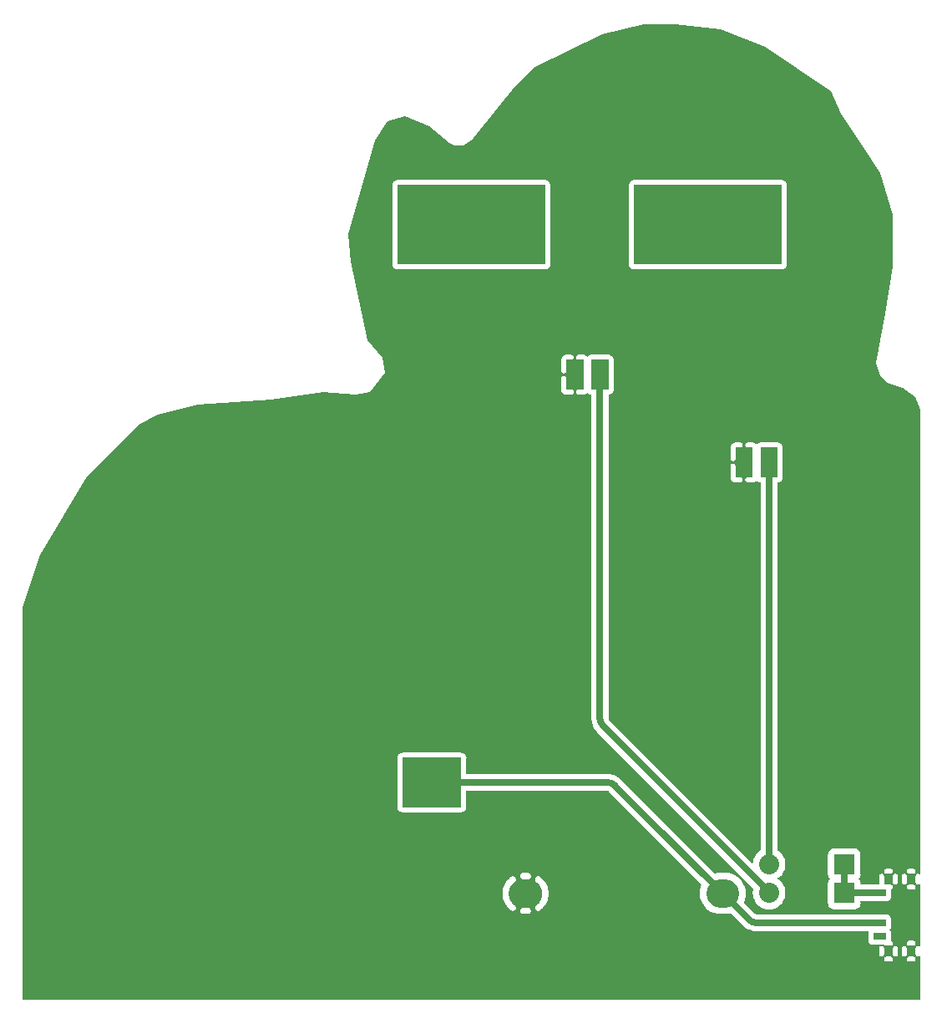
<source format=gbl>
G04 start of page 2 for group 8 layer_idx 1 *
G04 Title: (unknown), bottom_copper *
G04 Creator: pcb-rnd 3.1.5-dev *
G04 CreationDate: 2024-03-25 20:10:40 UTC *
G04 For: STEM4ukraine *
G04 Format: Gerber/RS-274X *
G04 PCB-Dimensions: 362205 393701 *
G04 PCB-Coordinate-Origin: lower left *
%MOIN*%
%FSLAX25Y25*%
%LNBOTTOM_COPPER_NONE_8*%
%ADD23C,0.0335*%
%ADD22C,0.0394*%
%ADD21C,0.1220*%
%ADD20C,0.1142*%
%ADD19C,0.0800*%
%ADD18C,0.0276*%
%ADD17C,0.0001*%
G54D17*G36*
X337451Y1969D02*Y29299D01*
X339684D01*
X339627Y29163D01*
X339554Y28857D01*
X339554Y28857D01*
X339529Y28543D01*
X339535Y28465D01*
Y25866D01*
X339529Y25787D01*
X339554Y25474D01*
X339554Y25474D01*
X339627Y25167D01*
X339748Y24877D01*
X339912Y24608D01*
X340117Y24369D01*
X340356Y24164D01*
X340625Y24000D01*
X340915Y23879D01*
X341222Y23806D01*
X341535Y23781D01*
X341614Y23787D01*
X346096D01*
X346157Y23716D01*
X346277Y23614D01*
X346411Y23531D01*
X346556Y23471D01*
X346709Y23434D01*
X346866Y23425D01*
X345866D01*
Y22425D01*
X345857Y22582D01*
X345820Y22735D01*
X345760Y22881D01*
X345678Y23015D01*
X345575Y23134D01*
X345456Y23237D01*
X345322Y23319D01*
X345176Y23379D01*
X345023Y23416D01*
X344866Y23428D01*
X344709Y23416D01*
X344556Y23379D01*
X344411Y23319D01*
X344277Y23237D01*
X344157Y23134D01*
X344055Y23015D01*
X343972Y22881D01*
X343912Y22735D01*
X343875Y22582D01*
X343866Y22425D01*
Y20094D01*
X343875Y19938D01*
X343912Y19785D01*
X343972Y19639D01*
X344055Y19505D01*
X344157Y19385D01*
X344277Y19283D01*
X344411Y19201D01*
X344556Y19140D01*
X344709Y19104D01*
X344866Y19091D01*
X345023Y19104D01*
X345176Y19140D01*
X345322Y19201D01*
X345456Y19283D01*
X345575Y19385D01*
X345678Y19505D01*
X345760Y19639D01*
X345820Y19785D01*
X345857Y19938D01*
X345866Y20094D01*
Y19094D01*
X346866D01*
X346709Y19085D01*
X346556Y19048D01*
X346411Y18988D01*
X346277Y18906D01*
X346157Y18804D01*
X346055Y18684D01*
X345972Y18550D01*
X345912Y18404D01*
X345875Y18251D01*
X345863Y18094D01*
X345875Y17938D01*
X345912Y17785D01*
X345972Y17639D01*
X346055Y17505D01*
X346157Y17385D01*
X346277Y17283D01*
X346411Y17201D01*
X346556Y17141D01*
X346709Y17104D01*
X346866Y17094D01*
X348409D01*
X348566Y17104D01*
X348719Y17140D01*
X348865Y17201D01*
X348999Y17283D01*
X349119Y17385D01*
X349221Y17505D01*
X349303Y17639D01*
X349363Y17785D01*
X349400Y17938D01*
X349413Y18094D01*
X349400Y18251D01*
X349363Y18404D01*
X349303Y18550D01*
X349221Y18684D01*
X349119Y18804D01*
X348999Y18906D01*
X348865Y18988D01*
X348719Y19048D01*
X348566Y19085D01*
X348410Y19094D01*
X349409D01*
Y20094D01*
X349419Y19938D01*
X349455Y19785D01*
X349516Y19639D01*
X349598Y19505D01*
X349700Y19385D01*
X349820Y19283D01*
X349954Y19201D01*
X350099Y19140D01*
X350253Y19104D01*
X350409Y19091D01*
X350566Y19104D01*
X350719Y19140D01*
X350865Y19201D01*
X350999Y19283D01*
X351119Y19385D01*
X351221Y19505D01*
X351303Y19639D01*
X351363Y19785D01*
X351400Y19938D01*
X351409Y20094D01*
Y22425D01*
X351400Y22582D01*
X351363Y22735D01*
X351303Y22881D01*
X351221Y23015D01*
X351119Y23134D01*
X350999Y23237D01*
X350865Y23319D01*
X350719Y23379D01*
X350566Y23416D01*
X350409Y23428D01*
X350253Y23416D01*
X350099Y23379D01*
X349954Y23319D01*
X349820Y23237D01*
X349700Y23134D01*
X349598Y23015D01*
X349516Y22881D01*
X349455Y22735D01*
X349419Y22582D01*
X349409Y22425D01*
Y23425D01*
X348410D01*
X348566Y23434D01*
X348719Y23471D01*
X348865Y23531D01*
X348999Y23614D01*
X349119Y23716D01*
X349221Y23836D01*
X349303Y23970D01*
X349363Y24115D01*
X349400Y24268D01*
X349413Y24425D01*
X349400Y24582D01*
X349363Y24735D01*
X349303Y24881D01*
X349221Y25015D01*
X349119Y25134D01*
X348999Y25237D01*
X348865Y25319D01*
X348719Y25379D01*
X348618Y25403D01*
X348635Y25474D01*
X348635Y25474D01*
X348660Y25787D01*
X348654Y25866D01*
Y28465D01*
X348660Y28543D01*
X348635Y28857D01*
X348635Y28857D01*
X348562Y29163D01*
X348441Y29454D01*
X348277Y29723D01*
X348107Y29921D01*
X348277Y30120D01*
X348441Y30388D01*
X348562Y30679D01*
X348635Y30985D01*
X348635Y30986D01*
X348660Y31299D01*
X348654Y31378D01*
Y33977D01*
X348660Y34055D01*
X348635Y34369D01*
X348635Y34369D01*
X348562Y34675D01*
X348441Y34966D01*
X348277Y35234D01*
X348072Y35474D01*
X347833Y35678D01*
X347564Y35843D01*
X347273Y35963D01*
X346967Y36037D01*
X346654Y36061D01*
X346575Y36055D01*
X344095D01*
X344094Y36055D01*
X341614D01*
X341535Y36061D01*
X341457Y36055D01*
X337451D01*
Y41110D01*
X341457D01*
X341535Y41104D01*
X341614Y41110D01*
X346575D01*
X346654Y41104D01*
X346967Y41129D01*
X347273Y41202D01*
X347564Y41323D01*
X347833Y41487D01*
X348072Y41692D01*
X348277Y41931D01*
X348441Y42199D01*
X348562Y42490D01*
X348635Y42796D01*
X348635Y42797D01*
X348660Y43110D01*
X348654Y43189D01*
Y45788D01*
X348660Y45866D01*
X348660Y45866D01*
X348719Y45881D01*
X348865Y45941D01*
X348999Y46023D01*
X349119Y46125D01*
X349221Y46245D01*
X349303Y46379D01*
X349363Y46525D01*
X349400Y46678D01*
X349413Y46835D01*
X349400Y46992D01*
X349363Y47145D01*
X349303Y47290D01*
X349221Y47424D01*
X349119Y47544D01*
X348999Y47646D01*
X348865Y47728D01*
X348719Y47789D01*
X348566Y47825D01*
X348410Y47835D01*
X349409D01*
Y48835D01*
X349419Y48678D01*
X349455Y48525D01*
X349516Y48379D01*
X349598Y48245D01*
X349700Y48125D01*
X349820Y48023D01*
X349954Y47941D01*
X350099Y47881D01*
X350253Y47844D01*
X350409Y47832D01*
X350566Y47844D01*
X350719Y47881D01*
X350865Y47941D01*
X350999Y48023D01*
X351119Y48125D01*
X351221Y48245D01*
X351303Y48379D01*
X351363Y48525D01*
X351400Y48678D01*
X351409Y48835D01*
Y51165D01*
X351400Y51322D01*
X351363Y51475D01*
X351303Y51621D01*
X351221Y51755D01*
X351119Y51875D01*
X350999Y51977D01*
X350865Y52059D01*
X350719Y52119D01*
X350566Y52156D01*
X350409Y52168D01*
X350253Y52156D01*
X350099Y52119D01*
X349954Y52059D01*
X349820Y51977D01*
X349700Y51875D01*
X349598Y51755D01*
X349516Y51621D01*
X349455Y51475D01*
X349419Y51322D01*
X349409Y51165D01*
Y52165D01*
X348410D01*
X348566Y52175D01*
X348719Y52211D01*
X348865Y52272D01*
X348999Y52354D01*
X349119Y52456D01*
X349221Y52576D01*
X349303Y52710D01*
X349363Y52855D01*
X349400Y53008D01*
X349413Y53165D01*
X349400Y53322D01*
X349363Y53475D01*
X349303Y53621D01*
X349221Y53755D01*
X349119Y53875D01*
X348999Y53977D01*
X348865Y54059D01*
X348719Y54119D01*
X348566Y54156D01*
X348409Y54165D01*
X346866D01*
X346709Y54156D01*
X346556Y54119D01*
X346411Y54059D01*
X346277Y53977D01*
X346157Y53875D01*
X346055Y53755D01*
X345972Y53621D01*
X345912Y53475D01*
X345875Y53322D01*
X345863Y53165D01*
X345875Y53008D01*
X345912Y52855D01*
X345972Y52710D01*
X346055Y52576D01*
X346157Y52456D01*
X346277Y52354D01*
X346411Y52272D01*
X346556Y52211D01*
X346709Y52175D01*
X346866Y52165D01*
X345866D01*
Y51165D01*
X345857Y51322D01*
X345820Y51475D01*
X345760Y51621D01*
X345678Y51755D01*
X345575Y51875D01*
X345456Y51977D01*
X345322Y52059D01*
X345176Y52119D01*
X345023Y52156D01*
X344866Y52168D01*
X344709Y52156D01*
X344556Y52119D01*
X344411Y52059D01*
X344277Y51977D01*
X344157Y51875D01*
X344055Y51755D01*
X343972Y51621D01*
X343912Y51475D01*
X343875Y51322D01*
X343866Y51165D01*
Y48835D01*
X343875Y48678D01*
X343912Y48525D01*
X343972Y48379D01*
X344055Y48245D01*
X344157Y48125D01*
X344277Y48023D01*
X344411Y47941D01*
X344556Y47881D01*
X344617Y47866D01*
X344095D01*
X344094Y47866D01*
X341614D01*
X341535Y47872D01*
X341457Y47866D01*
X337451D01*
Y342249D01*
X344488Y331693D01*
X349409Y314961D01*
Y294291D01*
X346457Y275591D01*
X342520Y255906D01*
X344488Y250984D01*
X347441Y248031D01*
X353346Y246063D01*
X358268Y242126D01*
X360236Y237205D01*
Y51802D01*
X360174Y51875D01*
X360054Y51977D01*
X359920Y52059D01*
X359775Y52119D01*
X359621Y52156D01*
X359465Y52168D01*
X359308Y52156D01*
X359155Y52119D01*
X359009Y52059D01*
X358875Y51977D01*
X358755Y51875D01*
X358653Y51755D01*
X358571Y51621D01*
X358511Y51475D01*
X358474Y51322D01*
X358465Y51165D01*
Y52165D01*
X357465D01*
X357621Y52175D01*
X357775Y52211D01*
X357920Y52272D01*
X358054Y52354D01*
X358174Y52456D01*
X358276Y52576D01*
X358358Y52710D01*
X358419Y52855D01*
X358455Y53008D01*
X358468Y53165D01*
X358455Y53322D01*
X358419Y53475D01*
X358358Y53621D01*
X358276Y53755D01*
X358174Y53875D01*
X358054Y53977D01*
X357920Y54059D01*
X357775Y54119D01*
X357621Y54156D01*
X357465Y54165D01*
X355921D01*
X355764Y54156D01*
X355611Y54119D01*
X355466Y54059D01*
X355332Y53977D01*
X355212Y53875D01*
X355110Y53755D01*
X355027Y53621D01*
X354967Y53475D01*
X354931Y53322D01*
X354918Y53165D01*
X354931Y53008D01*
X354967Y52855D01*
X355027Y52710D01*
X355110Y52576D01*
X355212Y52456D01*
X355332Y52354D01*
X355466Y52272D01*
X355611Y52211D01*
X355764Y52175D01*
X355921Y52165D01*
X354921D01*
Y51165D01*
X354912Y51322D01*
X354875Y51475D01*
X354815Y51621D01*
X354733Y51755D01*
X354631Y51875D01*
X354511Y51977D01*
X354377Y52059D01*
X354231Y52119D01*
X354078Y52156D01*
X353921Y52168D01*
X353764Y52156D01*
X353611Y52119D01*
X353466Y52059D01*
X353332Y51977D01*
X353212Y51875D01*
X353110Y51755D01*
X353028Y51621D01*
X352967Y51475D01*
X352931Y51322D01*
X352921Y51165D01*
Y48835D01*
X352931Y48678D01*
X352967Y48525D01*
X353028Y48379D01*
X353110Y48245D01*
X353212Y48125D01*
X353332Y48023D01*
X353466Y47941D01*
X353611Y47881D01*
X353764Y47844D01*
X353921Y47832D01*
X354078Y47844D01*
X354231Y47881D01*
X354377Y47941D01*
X354511Y48023D01*
X354631Y48125D01*
X354733Y48245D01*
X354815Y48379D01*
X354875Y48525D01*
X354912Y48678D01*
X354921Y48835D01*
Y47835D01*
X355921D01*
X355764Y47825D01*
X355611Y47789D01*
X355466Y47728D01*
X355332Y47646D01*
X355212Y47544D01*
X355110Y47424D01*
X355028Y47290D01*
X354967Y47145D01*
X354931Y46992D01*
X354918Y46835D01*
X354931Y46678D01*
X354967Y46525D01*
X355028Y46379D01*
X355110Y46245D01*
X355212Y46125D01*
X355332Y46023D01*
X355466Y45941D01*
X355611Y45881D01*
X355764Y45844D01*
X355921Y45835D01*
X357465D01*
X357621Y45844D01*
X357775Y45881D01*
X357920Y45941D01*
X358054Y46023D01*
X358174Y46125D01*
X358276Y46245D01*
X358358Y46379D01*
X358419Y46525D01*
X358455Y46678D01*
X358468Y46835D01*
X358455Y46992D01*
X358419Y47145D01*
X358358Y47290D01*
X358276Y47424D01*
X358174Y47544D01*
X358054Y47646D01*
X357920Y47728D01*
X357775Y47789D01*
X357621Y47825D01*
X357465Y47835D01*
X358465D01*
Y48835D01*
X358474Y48678D01*
X358511Y48525D01*
X358571Y48379D01*
X358653Y48245D01*
X358755Y48125D01*
X358875Y48023D01*
X359009Y47941D01*
X359155Y47881D01*
X359308Y47844D01*
X359465Y47832D01*
X359621Y47844D01*
X359775Y47881D01*
X359920Y47941D01*
X360054Y48023D01*
X360174Y48125D01*
X360236Y48198D01*
Y23061D01*
X360174Y23134D01*
X360054Y23237D01*
X359920Y23319D01*
X359775Y23379D01*
X359621Y23416D01*
X359465Y23428D01*
X359308Y23416D01*
X359155Y23379D01*
X359009Y23319D01*
X358875Y23237D01*
X358755Y23134D01*
X358653Y23015D01*
X358571Y22881D01*
X358511Y22735D01*
X358474Y22582D01*
X358465Y22425D01*
Y23425D01*
X357465D01*
X357621Y23434D01*
X357775Y23471D01*
X357920Y23531D01*
X358054Y23614D01*
X358174Y23716D01*
X358276Y23836D01*
X358358Y23970D01*
X358419Y24115D01*
X358455Y24268D01*
X358468Y24425D01*
X358455Y24582D01*
X358419Y24735D01*
X358358Y24881D01*
X358276Y25015D01*
X358174Y25134D01*
X358054Y25237D01*
X357920Y25319D01*
X357775Y25379D01*
X357621Y25416D01*
X357465Y25425D01*
X355921D01*
X355764Y25416D01*
X355611Y25379D01*
X355466Y25319D01*
X355332Y25237D01*
X355212Y25134D01*
X355110Y25015D01*
X355027Y24881D01*
X354967Y24735D01*
X354931Y24582D01*
X354918Y24425D01*
X354931Y24268D01*
X354967Y24115D01*
X355027Y23970D01*
X355110Y23836D01*
X355212Y23716D01*
X355332Y23614D01*
X355466Y23531D01*
X355611Y23471D01*
X355764Y23434D01*
X355921Y23425D01*
X354921D01*
Y22425D01*
X354912Y22582D01*
X354875Y22735D01*
X354815Y22881D01*
X354733Y23015D01*
X354631Y23134D01*
X354511Y23237D01*
X354377Y23319D01*
X354231Y23379D01*
X354078Y23416D01*
X353921Y23428D01*
X353764Y23416D01*
X353611Y23379D01*
X353466Y23319D01*
X353332Y23237D01*
X353212Y23134D01*
X353110Y23015D01*
X353028Y22881D01*
X352967Y22735D01*
X352931Y22582D01*
X352921Y22425D01*
Y20094D01*
X352931Y19938D01*
X352967Y19785D01*
X353028Y19639D01*
X353110Y19505D01*
X353212Y19385D01*
X353332Y19283D01*
X353466Y19201D01*
X353611Y19140D01*
X353764Y19104D01*
X353921Y19091D01*
X354078Y19104D01*
X354231Y19140D01*
X354377Y19201D01*
X354511Y19283D01*
X354631Y19385D01*
X354733Y19505D01*
X354815Y19639D01*
X354875Y19785D01*
X354912Y19938D01*
X354921Y20094D01*
Y19094D01*
X355921D01*
X355764Y19085D01*
X355611Y19048D01*
X355466Y18988D01*
X355332Y18906D01*
X355212Y18804D01*
X355110Y18684D01*
X355028Y18550D01*
X354967Y18404D01*
X354931Y18251D01*
X354918Y18094D01*
X354931Y17938D01*
X354967Y17785D01*
X355028Y17639D01*
X355110Y17505D01*
X355212Y17385D01*
X355332Y17283D01*
X355466Y17201D01*
X355611Y17141D01*
X355764Y17104D01*
X355921Y17094D01*
X357465D01*
X357621Y17104D01*
X357775Y17140D01*
X357920Y17201D01*
X358054Y17283D01*
X358174Y17385D01*
X358276Y17505D01*
X358358Y17639D01*
X358419Y17785D01*
X358455Y17938D01*
X358468Y18094D01*
X358455Y18251D01*
X358419Y18404D01*
X358358Y18550D01*
X358276Y18684D01*
X358174Y18804D01*
X358054Y18906D01*
X357920Y18988D01*
X357775Y19048D01*
X357621Y19085D01*
X357465Y19094D01*
X358465D01*
Y20094D01*
X358474Y19938D01*
X358511Y19785D01*
X358571Y19639D01*
X358653Y19505D01*
X358755Y19385D01*
X358875Y19283D01*
X359009Y19201D01*
X359155Y19140D01*
X359308Y19104D01*
X359465Y19091D01*
X359621Y19104D01*
X359775Y19140D01*
X359920Y19201D01*
X360054Y19283D01*
X360174Y19385D01*
X360236Y19458D01*
Y1969D01*
X337451D01*
G37*
G36*
X294835Y36055D02*X294823Y36056D01*
X294757Y36058D01*
X294691Y36067D01*
X294627Y36081D01*
X294564Y36101D01*
X294503Y36126D01*
X294445Y36156D01*
X294389Y36192D01*
X294337Y36232D01*
X294288Y36277D01*
X289874Y40691D01*
X290311Y41747D01*
X290613Y43003D01*
X290714Y44291D01*
X290613Y45579D01*
X290311Y46836D01*
X289817Y48029D01*
X289142Y49131D01*
X288303Y50114D01*
X287320Y50953D01*
X286218Y51628D01*
X285025Y52122D01*
X283768Y52424D01*
X282480Y52500D01*
X280512D01*
X279224Y52424D01*
X278350Y52214D01*
X251473Y79091D01*
Y88631D01*
X293761Y46344D01*
X293560Y45508D01*
X293480Y44488D01*
X293560Y43468D01*
X293799Y42473D01*
X294191Y41528D01*
X294725Y40656D01*
X295390Y39878D01*
X296168Y39213D01*
X297040Y38679D01*
X297985Y38287D01*
X298980Y38048D01*
X300000Y37968D01*
X301020Y38048D01*
X302015Y38287D01*
X302960Y38679D01*
X303832Y39213D01*
X304610Y39878D01*
X305275Y40656D01*
X305809Y41528D01*
X306201Y42473D01*
X306440Y43468D01*
X306500Y44488D01*
X306440Y45508D01*
X306201Y46503D01*
X305809Y47448D01*
X305275Y48321D01*
X304610Y49099D01*
X303832Y49763D01*
X303124Y50197D01*
X303832Y50631D01*
X304610Y51295D01*
X305275Y52073D01*
X305809Y52945D01*
X306201Y53891D01*
X306440Y54886D01*
X306500Y55906D01*
X306440Y56925D01*
X306201Y57920D01*
X305809Y58866D01*
X305275Y59738D01*
X304610Y60516D01*
X303832Y61180D01*
X303378Y61459D01*
Y208293D01*
X303425Y208289D01*
X303739Y208314D01*
X303739Y208314D01*
X304045Y208387D01*
X304336Y208508D01*
X304604Y208672D01*
X304844Y208877D01*
X305048Y209116D01*
X305213Y209384D01*
X305333Y209675D01*
X305407Y209981D01*
X305431Y210295D01*
X305425Y210374D01*
Y222028D01*
X305431Y222106D01*
X305407Y222420D01*
X305333Y222726D01*
X305213Y223017D01*
X305048Y223285D01*
X304844Y223525D01*
X304604Y223729D01*
X304336Y223894D01*
X304045Y224014D01*
X303739Y224088D01*
X303425Y224112D01*
X303347Y224106D01*
X296614D01*
X296535Y224112D01*
X296222Y224088D01*
X296222Y224088D01*
X295915Y224014D01*
X295625Y223894D01*
X295356Y223729D01*
X295117Y223525D01*
X294980Y223365D01*
X294844Y223525D01*
X294604Y223729D01*
X294336Y223894D01*
X294045Y224014D01*
X293739Y224088D01*
X293425Y224112D01*
X293347Y224106D01*
X291480D01*
X291323Y224097D01*
X291170Y224060D01*
X291025Y224000D01*
X290891Y223918D01*
X290771Y223816D01*
X290669Y223696D01*
X290587Y223562D01*
X290526Y223416D01*
X290490Y223263D01*
X290477Y223106D01*
X290490Y222949D01*
X290526Y222796D01*
X290587Y222651D01*
X290669Y222517D01*
X290771Y222397D01*
X290891Y222295D01*
X291025Y222213D01*
X291170Y222152D01*
X291323Y222116D01*
X291419Y222110D01*
X291419Y222106D01*
X288535D01*
X288535Y222110D01*
X288637Y222116D01*
X288790Y222152D01*
X288936Y222213D01*
X289070Y222295D01*
X289190Y222397D01*
X289292Y222517D01*
X289374Y222651D01*
X289434Y222796D01*
X289471Y222949D01*
X289483Y223106D01*
X289471Y223263D01*
X289434Y223416D01*
X289374Y223562D01*
X289292Y223696D01*
X289190Y223816D01*
X289070Y223918D01*
X288936Y224000D01*
X288790Y224060D01*
X288637Y224097D01*
X288480Y224106D01*
X286614D01*
X286535Y224112D01*
X286222Y224088D01*
X285915Y224014D01*
X285625Y223894D01*
X285356Y223729D01*
X285117Y223525D01*
X284912Y223285D01*
X284748Y223017D01*
X284627Y222726D01*
X284554Y222420D01*
X284529Y222106D01*
X284535Y222028D01*
Y217701D01*
X284545Y217544D01*
X284581Y217391D01*
X284642Y217245D01*
X284724Y217111D01*
X284826Y216991D01*
X284946Y216889D01*
X285080Y216807D01*
X285225Y216747D01*
X285379Y216710D01*
X285535Y216698D01*
X285692Y216710D01*
X285845Y216747D01*
X285991Y216807D01*
X286125Y216889D01*
X286245Y216991D01*
X286347Y217111D01*
X286429Y217245D01*
X286489Y217391D01*
X286526Y217544D01*
X286535Y217701D01*
Y214701D01*
X286526Y214858D01*
X286489Y215011D01*
X286429Y215156D01*
X286347Y215290D01*
X286245Y215410D01*
X286125Y215512D01*
X285991Y215595D01*
X285845Y215655D01*
X285692Y215692D01*
X285535Y215704D01*
X285379Y215692D01*
X285225Y215655D01*
X285080Y215595D01*
X284946Y215512D01*
X284826Y215410D01*
X284724Y215290D01*
X284642Y215156D01*
X284581Y215011D01*
X284545Y214858D01*
X284535Y214701D01*
Y210374D01*
X284529Y210295D01*
X284554Y209981D01*
X284627Y209675D01*
X284748Y209384D01*
X284912Y209116D01*
X285117Y208877D01*
X285356Y208672D01*
X285625Y208508D01*
X285915Y208387D01*
X286222Y208314D01*
X286535Y208289D01*
X286614Y208295D01*
X288480D01*
X288637Y208305D01*
X288790Y208341D01*
X288936Y208402D01*
X289070Y208484D01*
X289190Y208586D01*
X289292Y208706D01*
X289374Y208840D01*
X289434Y208985D01*
X289471Y209138D01*
X289483Y209295D01*
X289471Y209452D01*
X289434Y209605D01*
X289374Y209751D01*
X289292Y209885D01*
X289190Y210005D01*
X289070Y210107D01*
X288936Y210189D01*
X288790Y210249D01*
X288637Y210286D01*
X288535Y210292D01*
X288535Y210295D01*
X291419D01*
X291419Y210292D01*
X291323Y210286D01*
X291170Y210249D01*
X291025Y210189D01*
X290891Y210107D01*
X290771Y210005D01*
X290669Y209885D01*
X290587Y209751D01*
X290526Y209605D01*
X290490Y209452D01*
X290477Y209295D01*
X290490Y209138D01*
X290526Y208985D01*
X290587Y208840D01*
X290669Y208706D01*
X290771Y208586D01*
X290891Y208484D01*
X291025Y208402D01*
X291170Y208341D01*
X291323Y208305D01*
X291480Y208295D01*
X293347D01*
X293425Y208289D01*
X293739Y208314D01*
X294045Y208387D01*
X294336Y208508D01*
X294604Y208672D01*
X294844Y208877D01*
X294980Y209037D01*
X295117Y208877D01*
X295356Y208672D01*
X295625Y208508D01*
X295915Y208387D01*
X296222Y208314D01*
X296535Y208289D01*
X296614Y208295D01*
X296622D01*
Y61459D01*
X296168Y61180D01*
X295390Y60516D01*
X294725Y59738D01*
X294191Y58866D01*
X293799Y57920D01*
X293560Y56925D01*
X293500Y56159D01*
X251473Y98186D01*
Y293276D01*
X305040D01*
X305118Y293269D01*
X305432Y293294D01*
X305432Y293294D01*
X305738Y293368D01*
X306029Y293488D01*
X306297Y293653D01*
X306537Y293857D01*
X306741Y294096D01*
X306906Y294365D01*
X307026Y294656D01*
X307100Y294962D01*
X307124Y295276D01*
X307118Y295354D01*
Y326693D01*
X307124Y326772D01*
X307100Y327085D01*
X307100Y327085D01*
X307026Y327392D01*
X306906Y327682D01*
X306741Y327951D01*
X306537Y328190D01*
X306297Y328395D01*
X306029Y328559D01*
X305738Y328680D01*
X305432Y328753D01*
X305118Y328778D01*
X305040Y328772D01*
X251473D01*
Y390748D01*
X262795D01*
X280512Y388780D01*
X298228Y381890D01*
X324803Y364173D01*
X328740Y355315D01*
X337451Y342249D01*
Y47866D01*
X336500D01*
Y48390D01*
X336508Y48488D01*
X336477Y48880D01*
X336477Y48880D01*
X336385Y49263D01*
X336234Y49627D01*
X336029Y49962D01*
X335828Y50197D01*
X336029Y50432D01*
X336234Y50767D01*
X336385Y51131D01*
X336477Y51513D01*
X336508Y51906D01*
X336500Y52004D01*
Y59808D01*
X336508Y59906D01*
X336477Y60298D01*
X336477Y60298D01*
X336385Y60680D01*
X336234Y61044D01*
X336029Y61380D01*
X335773Y61679D01*
X335474Y61934D01*
X335138Y62140D01*
X334775Y62290D01*
X334392Y62382D01*
X334000Y62413D01*
X333902Y62406D01*
X326098D01*
X326000Y62413D01*
X325608Y62382D01*
X325608Y62382D01*
X325225Y62290D01*
X324862Y62140D01*
X324526Y61934D01*
X324227Y61679D01*
X323971Y61380D01*
X323766Y61044D01*
X323615Y60680D01*
X323523Y60298D01*
X323492Y59906D01*
X323500Y59808D01*
Y52003D01*
X323492Y51906D01*
X323523Y51513D01*
X323523Y51513D01*
X323615Y51131D01*
X323766Y50767D01*
X323971Y50432D01*
X324172Y50197D01*
X323971Y49962D01*
X323766Y49627D01*
X323615Y49263D01*
X323523Y48880D01*
X323492Y48488D01*
X323500Y48390D01*
Y40586D01*
X323492Y40488D01*
X323523Y40096D01*
X323523Y40096D01*
X323615Y39713D01*
X323766Y39350D01*
X323971Y39014D01*
X324227Y38715D01*
X324526Y38459D01*
X324862Y38254D01*
X325225Y38103D01*
X325608Y38011D01*
X326000Y37980D01*
X326098Y37988D01*
X333902D01*
X334000Y37980D01*
X334392Y38011D01*
X334392Y38011D01*
X334775Y38103D01*
X335138Y38254D01*
X335474Y38459D01*
X335773Y38715D01*
X336029Y39014D01*
X336234Y39350D01*
X336385Y39713D01*
X336477Y40096D01*
X336508Y40488D01*
X336500Y40586D01*
Y41110D01*
X337451D01*
Y36055D01*
X294835D01*
G37*
G36*
X251473Y1969D02*Y69537D01*
X273118Y47892D01*
X272681Y46836D01*
X272379Y45579D01*
X272278Y44291D01*
X272379Y43003D01*
X272681Y41747D01*
X273175Y40553D01*
X273850Y39452D01*
X274690Y38469D01*
X275672Y37630D01*
X276774Y36955D01*
X277967Y36460D01*
X279224Y36159D01*
X280512Y36083D01*
X282480D01*
X283768Y36159D01*
X284642Y36368D01*
X289511Y31499D01*
X289511Y31499D01*
X289989Y31051D01*
X290510Y30652D01*
X291063Y30299D01*
X291645Y29997D01*
X292251Y29746D01*
X292876Y29548D01*
X293517Y29406D01*
X294167Y29321D01*
X294823Y29292D01*
X294923Y29299D01*
X337451D01*
Y1969D01*
X251473D01*
G37*
G36*
X182087Y345472D02*X198819Y366142D01*
X206693Y374016D01*
X233268Y386811D01*
X250000Y390748D01*
X251473D01*
Y328772D01*
X246141D01*
X246063Y328778D01*
X245749Y328753D01*
X245749Y328753D01*
X245443Y328680D01*
X245152Y328559D01*
X244884Y328395D01*
X244644Y328190D01*
X244440Y327951D01*
X244275Y327682D01*
X244155Y327392D01*
X244082Y327085D01*
X244057Y326772D01*
X244063Y326693D01*
Y295354D01*
X244057Y295276D01*
X244082Y294962D01*
X244082Y294962D01*
X244155Y294656D01*
X244275Y294365D01*
X244440Y294096D01*
X244644Y293857D01*
X244884Y293653D01*
X245152Y293488D01*
X245443Y293368D01*
X245749Y293294D01*
X246063Y293269D01*
X246141Y293276D01*
X251473D01*
Y98186D01*
X236108Y113551D01*
X236100Y113560D01*
X236055Y113608D01*
X236015Y113661D01*
X235979Y113716D01*
X235949Y113775D01*
X235924Y113836D01*
X235904Y113899D01*
X235889Y113963D01*
X235881Y114028D01*
X235878Y114094D01*
Y243293D01*
X235925Y243289D01*
X236239Y243314D01*
X236239Y243314D01*
X236545Y243387D01*
X236836Y243508D01*
X237104Y243672D01*
X237344Y243877D01*
X237548Y244116D01*
X237713Y244384D01*
X237833Y244675D01*
X237907Y244981D01*
X237931Y245295D01*
X237925Y245374D01*
Y257028D01*
X237931Y257106D01*
X237907Y257420D01*
X237833Y257726D01*
X237713Y258017D01*
X237548Y258285D01*
X237344Y258525D01*
X237104Y258729D01*
X236836Y258894D01*
X236545Y259014D01*
X236239Y259088D01*
X235925Y259112D01*
X235847Y259106D01*
X229114D01*
X229035Y259112D01*
X228722Y259088D01*
X228722Y259088D01*
X228415Y259014D01*
X228125Y258894D01*
X227856Y258729D01*
X227617Y258525D01*
X227480Y258365D01*
X227344Y258525D01*
X227104Y258729D01*
X226836Y258894D01*
X226545Y259014D01*
X226239Y259088D01*
X225925Y259112D01*
X225847Y259106D01*
X223980D01*
X223823Y259097D01*
X223670Y259060D01*
X223525Y259000D01*
X223391Y258918D01*
X223271Y258816D01*
X223169Y258696D01*
X223087Y258562D01*
X223026Y258416D01*
X222990Y258263D01*
X222977Y258106D01*
X222990Y257949D01*
X223026Y257796D01*
X223087Y257651D01*
X223169Y257517D01*
X223271Y257397D01*
X223391Y257295D01*
X223525Y257213D01*
X223670Y257152D01*
X223823Y257116D01*
X223919Y257110D01*
X223919Y257106D01*
X221035D01*
X221035Y257110D01*
X221137Y257116D01*
X221290Y257152D01*
X221436Y257213D01*
X221570Y257295D01*
X221690Y257397D01*
X221792Y257517D01*
X221874Y257651D01*
X221934Y257796D01*
X221971Y257949D01*
X221983Y258106D01*
X221971Y258263D01*
X221934Y258416D01*
X221874Y258562D01*
X221792Y258696D01*
X221690Y258816D01*
X221570Y258918D01*
X221436Y259000D01*
X221290Y259060D01*
X221137Y259097D01*
X220980Y259106D01*
X219114D01*
X219035Y259112D01*
X218722Y259088D01*
X218415Y259014D01*
X218125Y258894D01*
X217856Y258729D01*
X217617Y258525D01*
X217412Y258285D01*
X217248Y258017D01*
X217127Y257726D01*
X217054Y257420D01*
X217029Y257106D01*
X217035Y257028D01*
Y252701D01*
X217045Y252544D01*
X217081Y252391D01*
X217142Y252245D01*
X217224Y252111D01*
X217326Y251991D01*
X217446Y251889D01*
X217580Y251807D01*
X217725Y251747D01*
X217879Y251710D01*
X218035Y251698D01*
X218192Y251710D01*
X218345Y251747D01*
X218491Y251807D01*
X218625Y251889D01*
X218745Y251991D01*
X218847Y252111D01*
X218929Y252245D01*
X218989Y252391D01*
X219026Y252544D01*
X219035Y252701D01*
Y249701D01*
X219026Y249858D01*
X218989Y250011D01*
X218929Y250156D01*
X218847Y250290D01*
X218745Y250410D01*
X218625Y250512D01*
X218491Y250595D01*
X218345Y250655D01*
X218192Y250692D01*
X218035Y250704D01*
X217879Y250692D01*
X217725Y250655D01*
X217580Y250595D01*
X217446Y250512D01*
X217326Y250410D01*
X217224Y250290D01*
X217142Y250156D01*
X217081Y250011D01*
X217045Y249858D01*
X217035Y249701D01*
Y245374D01*
X217029Y245295D01*
X217054Y244981D01*
X217127Y244675D01*
X217248Y244384D01*
X217412Y244116D01*
X217617Y243877D01*
X217856Y243672D01*
X218125Y243508D01*
X218415Y243387D01*
X218722Y243314D01*
X219035Y243289D01*
X219114Y243295D01*
X220980D01*
X221137Y243305D01*
X221290Y243341D01*
X221436Y243402D01*
X221570Y243484D01*
X221690Y243586D01*
X221792Y243706D01*
X221874Y243840D01*
X221934Y243985D01*
X221971Y244138D01*
X221983Y244295D01*
X221971Y244452D01*
X221934Y244605D01*
X221874Y244751D01*
X221792Y244885D01*
X221690Y245005D01*
X221570Y245107D01*
X221436Y245189D01*
X221290Y245249D01*
X221137Y245286D01*
X221035Y245292D01*
X221035Y245295D01*
X223919D01*
X223919Y245292D01*
X223823Y245286D01*
X223670Y245249D01*
X223525Y245189D01*
X223391Y245107D01*
X223271Y245005D01*
X223169Y244885D01*
X223087Y244751D01*
X223026Y244605D01*
X222990Y244452D01*
X222977Y244295D01*
X222990Y244138D01*
X223026Y243985D01*
X223087Y243840D01*
X223169Y243706D01*
X223271Y243586D01*
X223391Y243484D01*
X223525Y243402D01*
X223670Y243341D01*
X223823Y243305D01*
X223980Y243295D01*
X225847D01*
X225925Y243289D01*
X226239Y243314D01*
X226545Y243387D01*
X226836Y243508D01*
X227104Y243672D01*
X227344Y243877D01*
X227480Y244037D01*
X227617Y243877D01*
X227856Y243672D01*
X228125Y243508D01*
X228415Y243387D01*
X228722Y243314D01*
X229035Y243289D01*
X229114Y243295D01*
X229122D01*
Y114094D01*
X229122Y114094D01*
X229144Y113439D01*
X229229Y112789D01*
X229371Y112148D01*
X229568Y111523D01*
X229819Y110917D01*
X230122Y110335D01*
X230475Y109781D01*
X230874Y109261D01*
X231317Y108777D01*
X231393Y108711D01*
X251473Y88631D01*
Y79091D01*
X240804Y89760D01*
X240804Y89761D01*
X240326Y90209D01*
X239805Y90608D01*
X239252Y90960D01*
X238670Y91263D01*
X238064Y91514D01*
X237438Y91712D01*
X236798Y91854D01*
X236148Y91939D01*
X235492Y91968D01*
X235392Y91961D01*
X181102D01*
Y293276D01*
X210552D01*
X210630Y293269D01*
X210944Y293294D01*
X210944Y293294D01*
X211250Y293368D01*
X211541Y293488D01*
X211809Y293653D01*
X212048Y293857D01*
X212253Y294096D01*
X212417Y294365D01*
X212538Y294656D01*
X212611Y294962D01*
X212636Y295276D01*
X212630Y295354D01*
Y326693D01*
X212636Y326772D01*
X212611Y327085D01*
X212611Y327085D01*
X212538Y327392D01*
X212417Y327682D01*
X212253Y327951D01*
X212048Y328190D01*
X211809Y328395D01*
X211541Y328559D01*
X211250Y328680D01*
X210944Y328753D01*
X210630Y328778D01*
X210551Y328772D01*
X181102D01*
Y344734D01*
X182087Y345472D01*
G37*
G36*
X209304Y45569D02*X209397Y45062D01*
X209443Y44549D01*
Y44034D01*
X209397Y43521D01*
X209304Y43014D01*
X209245Y42801D01*
Y45782D01*
X209304Y45569D01*
G37*
G36*
X209245Y1969D02*Y38199D01*
X209655Y38588D01*
X210145Y39144D01*
X210583Y39742D01*
X210965Y40378D01*
X211289Y41045D01*
X211551Y41738D01*
X211749Y42453D01*
X211882Y43182D01*
X211949Y43921D01*
Y44662D01*
X211882Y45400D01*
X211749Y46130D01*
X211551Y46844D01*
X211289Y47538D01*
X210965Y48205D01*
X210583Y48840D01*
X210145Y49439D01*
X209655Y49995D01*
X209245Y50384D01*
Y85205D01*
X235480D01*
X235492Y85204D01*
X235558Y85202D01*
X235624Y85193D01*
X235688Y85179D01*
X235751Y85159D01*
X235812Y85134D01*
X235870Y85103D01*
X235926Y85068D01*
X235978Y85028D01*
X236027Y84983D01*
X251473Y69537D01*
Y1969D01*
X209245D01*
G37*
G36*
X202756D02*Y36083D01*
X203647D01*
X203843Y36094D01*
X204034Y36140D01*
X204216Y36215D01*
X204384Y36318D01*
X204533Y36446D01*
X204661Y36596D01*
X204764Y36763D01*
X204839Y36945D01*
X204885Y37137D01*
X204901Y37333D01*
X204885Y37529D01*
X204839Y37720D01*
X204764Y37902D01*
X204661Y38070D01*
X204533Y38219D01*
X204384Y38347D01*
X204216Y38450D01*
X204034Y38525D01*
X203843Y38571D01*
X203647Y38583D01*
X202756D01*
Y50000D01*
X203647D01*
X203843Y50012D01*
X204034Y50058D01*
X204216Y50133D01*
X204384Y50236D01*
X204533Y50363D01*
X204661Y50513D01*
X204764Y50681D01*
X204839Y50863D01*
X204885Y51054D01*
X204901Y51250D01*
X204885Y51446D01*
X204839Y51637D01*
X204764Y51819D01*
X204661Y51987D01*
X204533Y52137D01*
X204384Y52264D01*
X204216Y52367D01*
X204034Y52442D01*
X203843Y52488D01*
X203647Y52500D01*
X202756D01*
Y85205D01*
X209245D01*
Y50384D01*
X209117Y50505D01*
X208535Y50964D01*
X208367Y51068D01*
X208184Y51143D01*
X207991Y51188D01*
X207794Y51202D01*
X207597Y51186D01*
X207405Y51138D01*
X207223Y51062D01*
X207055Y50958D01*
X206905Y50828D01*
X206778Y50678D01*
X206675Y50508D01*
X206601Y50325D01*
X206555Y50133D01*
X206541Y49936D01*
X206558Y49739D01*
X206605Y49547D01*
X206681Y49365D01*
X206785Y49197D01*
X206915Y49047D01*
X207068Y48923D01*
X207476Y48608D01*
X207849Y48254D01*
X208190Y47867D01*
X208494Y47452D01*
X208760Y47010D01*
X208984Y46547D01*
X209166Y46065D01*
X209245Y45782D01*
Y42801D01*
X209166Y42518D01*
X208984Y42036D01*
X208760Y41572D01*
X208494Y41131D01*
X208190Y40715D01*
X207849Y40329D01*
X207476Y39974D01*
X207071Y39655D01*
X206919Y39531D01*
X206790Y39383D01*
X206686Y39215D01*
X206610Y39034D01*
X206563Y38843D01*
X206547Y38647D01*
X206561Y38451D01*
X206606Y38259D01*
X206680Y38077D01*
X206782Y37909D01*
X206909Y37758D01*
X207058Y37630D01*
X207226Y37526D01*
X207407Y37450D01*
X207598Y37403D01*
X207794Y37386D01*
X207990Y37401D01*
X208182Y37446D01*
X208364Y37520D01*
X208530Y37625D01*
X209117Y38078D01*
X209245Y38199D01*
Y1969D01*
X202756D01*
G37*
G36*
X196267D02*Y38199D01*
X196395Y38078D01*
X196977Y37618D01*
X197145Y37515D01*
X197328Y37440D01*
X197521Y37395D01*
X197718Y37381D01*
X197915Y37397D01*
X198107Y37444D01*
X198289Y37521D01*
X198457Y37625D01*
X198607Y37754D01*
X198734Y37905D01*
X198837Y38074D01*
X198911Y38257D01*
X198956Y38450D01*
X198971Y38647D01*
X198954Y38844D01*
X198907Y39036D01*
X198831Y39218D01*
X198726Y39386D01*
X198597Y39536D01*
X198444Y39660D01*
X198036Y39974D01*
X197662Y40329D01*
X197322Y40715D01*
X197018Y41131D01*
X196752Y41572D01*
X196527Y42036D01*
X196345Y42518D01*
X196267Y42801D01*
Y45782D01*
X196345Y46065D01*
X196527Y46547D01*
X196752Y47010D01*
X197018Y47452D01*
X197322Y47867D01*
X197662Y48254D01*
X198036Y48608D01*
X198441Y48927D01*
X198593Y49051D01*
X198722Y49200D01*
X198825Y49367D01*
X198902Y49549D01*
X198949Y49740D01*
X198965Y49936D01*
X198951Y50132D01*
X198906Y50324D01*
X198831Y50506D01*
X198729Y50674D01*
X198602Y50824D01*
X198453Y50953D01*
X198286Y51057D01*
X198105Y51133D01*
X197914Y51180D01*
X197718Y51196D01*
X197522Y51182D01*
X197330Y51137D01*
X197148Y51063D01*
X196982Y50958D01*
X196395Y50505D01*
X196267Y50384D01*
Y85205D01*
X202756D01*
Y52500D01*
X201865D01*
X201669Y52488D01*
X201478Y52442D01*
X201296Y52367D01*
X201128Y52264D01*
X200979Y52137D01*
X200851Y51987D01*
X200748Y51819D01*
X200673Y51637D01*
X200627Y51446D01*
X200611Y51250D01*
X200627Y51054D01*
X200673Y50863D01*
X200748Y50681D01*
X200851Y50513D01*
X200979Y50363D01*
X201128Y50236D01*
X201296Y50133D01*
X201478Y50058D01*
X201669Y50012D01*
X201865Y50000D01*
X202756D01*
Y38583D01*
X201865D01*
X201669Y38571D01*
X201478Y38525D01*
X201296Y38450D01*
X201128Y38347D01*
X200979Y38219D01*
X200851Y38070D01*
X200748Y37902D01*
X200673Y37720D01*
X200627Y37529D01*
X200611Y37333D01*
X200627Y37137D01*
X200673Y36945D01*
X200748Y36763D01*
X200851Y36596D01*
X200979Y36446D01*
X201128Y36318D01*
X201296Y36215D01*
X201478Y36140D01*
X201669Y36094D01*
X201865Y36083D01*
X202756D01*
Y1969D01*
X196267D01*
G37*
G36*
X196208Y43014D02*X196115Y43521D01*
X196069Y44034D01*
Y44549D01*
X196115Y45062D01*
X196208Y45569D01*
X196267Y45782D01*
Y42801D01*
X196208Y43014D01*
G37*
G36*
X181102Y1969D02*Y85205D01*
X196267D01*
Y50384D01*
X195857Y49995D01*
X195367Y49439D01*
X194929Y48840D01*
X194547Y48205D01*
X194223Y47538D01*
X193961Y46844D01*
X193763Y46130D01*
X193630Y45400D01*
X193563Y44662D01*
Y43921D01*
X193630Y43182D01*
X193763Y42453D01*
X193961Y41738D01*
X194223Y41045D01*
X194547Y40378D01*
X194929Y39742D01*
X195367Y39144D01*
X195857Y38588D01*
X196267Y38199D01*
Y1969D01*
X181102D01*
G37*
G36*
X1969D02*Y158465D01*
X8858Y179134D01*
X27559Y210630D01*
X48228Y231299D01*
X56102Y235236D01*
X71850Y239173D01*
X101378Y241142D01*
X122047Y244094D01*
X134843Y243110D01*
X140748Y244094D01*
X146654Y251969D01*
X145669Y257874D01*
X139764Y264764D01*
X132874Y296260D01*
X131890Y307087D01*
X142717Y344488D01*
X147638Y352362D01*
X154528Y354331D01*
X164370Y350394D01*
X172244Y343504D01*
X174213Y342520D01*
X178150D01*
X181102Y344734D01*
Y328772D01*
X151653D01*
X151575Y328778D01*
X151261Y328753D01*
X151261Y328753D01*
X150955Y328680D01*
X150664Y328559D01*
X150396Y328395D01*
X150156Y328190D01*
X149952Y327951D01*
X149787Y327682D01*
X149667Y327392D01*
X149593Y327085D01*
X149569Y326772D01*
X149575Y326693D01*
Y295354D01*
X149569Y295276D01*
X149593Y294962D01*
X149593Y294962D01*
X149667Y294656D01*
X149787Y294365D01*
X149952Y294096D01*
X150156Y293857D01*
X150396Y293653D01*
X150664Y293488D01*
X150955Y293368D01*
X151261Y293294D01*
X151575Y293269D01*
X151653Y293276D01*
X181102D01*
Y91961D01*
X179165D01*
Y98347D01*
X179172Y98425D01*
X179147Y98739D01*
X179147Y98739D01*
X179073Y99045D01*
X178953Y99336D01*
X178788Y99604D01*
X178584Y99844D01*
X178345Y100048D01*
X178076Y100213D01*
X177785Y100333D01*
X177479Y100407D01*
X177165Y100431D01*
X177087Y100425D01*
X153622D01*
X153543Y100431D01*
X153230Y100407D01*
X153229Y100407D01*
X152923Y100333D01*
X152633Y100213D01*
X152364Y100048D01*
X152125Y99844D01*
X151920Y99604D01*
X151756Y99336D01*
X151635Y99045D01*
X151562Y98739D01*
X151537Y98425D01*
X151543Y98347D01*
Y78819D01*
X151537Y78740D01*
X151562Y78427D01*
X151562Y78426D01*
X151635Y78120D01*
X151756Y77829D01*
X151920Y77561D01*
X152125Y77322D01*
X152364Y77117D01*
X152633Y76953D01*
X152923Y76832D01*
X153229Y76759D01*
X153543Y76734D01*
X153622Y76740D01*
X177087D01*
X177165Y76734D01*
X177479Y76759D01*
X177479Y76759D01*
X177785Y76832D01*
X178076Y76953D01*
X178345Y77117D01*
X178584Y77322D01*
X178788Y77561D01*
X178953Y77829D01*
X179073Y78120D01*
X179147Y78426D01*
X179172Y78740D01*
X179165Y78819D01*
Y85205D01*
X181102D01*
Y1969D01*
X1969D01*
G37*
G54D18*X300000Y55906D02*Y216201D01*
X233711Y111171D02*X299722Y45160D01*
X232500Y114094D02*Y251201D01*
X291899Y33888D02*X238416Y87372D01*
X330000Y55906D02*Y44291D01*
X344094Y44488D02*X330000D01*
X344094Y32677D02*X294823D01*
X235492Y88583D02*X165354D01*
X294823Y32677D02*G75*G02X291899Y33888I0J4134D01*G01*
X300000Y44488D02*G75*G03X299722Y45160I-950J0D01*G01*
X233711Y111171D02*G75*G02X232500Y114094I2923J2923D01*G01*
X238416Y87372D02*G75*G03X235492Y88583I-2923J-2923D01*G01*
G54D17*G36*
X225925Y245295D02*X219035D01*
Y257106D01*
X225925D01*
Y245295D01*
G37*
G36*
X235925D02*X229035D01*
Y257106D01*
X235925D01*
Y245295D01*
G37*
G36*
X246063Y326772D02*X305118D01*
Y295276D01*
X246063D01*
Y326772D01*
G37*
G36*
X151575D02*X210630D01*
Y295276D01*
X151575D01*
Y326772D01*
G37*
G36*
X293425Y210295D02*X286535D01*
Y222106D01*
X293425D01*
Y210295D01*
G37*
G36*
X303425D02*X296535D01*
Y222106D01*
X303425D01*
Y210295D01*
G37*
G36*
X334000Y51906D02*X326000D01*
Y59906D01*
X334000D01*
Y51906D01*
G37*
G54D19*X300000Y55906D03*
G54D17*G36*
X334000Y40488D02*X326000D01*
Y48488D01*
X334000D01*
Y40488D01*
G37*
G36*
X346654Y45866D02*Y43110D01*
X341535D01*
Y45866D01*
X346654D01*
G37*
G36*
X349409Y52165D02*Y47835D01*
X345866D01*
Y52165D01*
X349409D01*
G37*
G36*
X346654Y34055D02*Y31299D01*
X341535D01*
Y34055D01*
X346654D01*
G37*
G36*
Y28543D02*Y25787D01*
X341535D01*
Y28543D01*
X346654D01*
G37*
G36*
X358465Y52165D02*Y47835D01*
X354921D01*
Y52165D01*
X358465D01*
G37*
G36*
X349409Y23425D02*Y19094D01*
X345866D01*
Y23425D01*
X349409D01*
G37*
G36*
X358465D02*Y19094D01*
X354921D01*
Y23425D01*
X358465D01*
G37*
G54D19*X300000Y44488D03*
G54D20*X280512Y44291D02*X282480D01*
X201772D02*X203740D01*
G54D17*G36*
X153543Y98425D02*X177165D01*
Y78740D01*
X153543D01*
Y98425D01*
G37*
G36*
X116142D02*X139764D01*
Y78740D01*
X116142D01*
Y98425D01*
G37*
G54D21*G54D22*G54D23*G54D22*M02*

</source>
